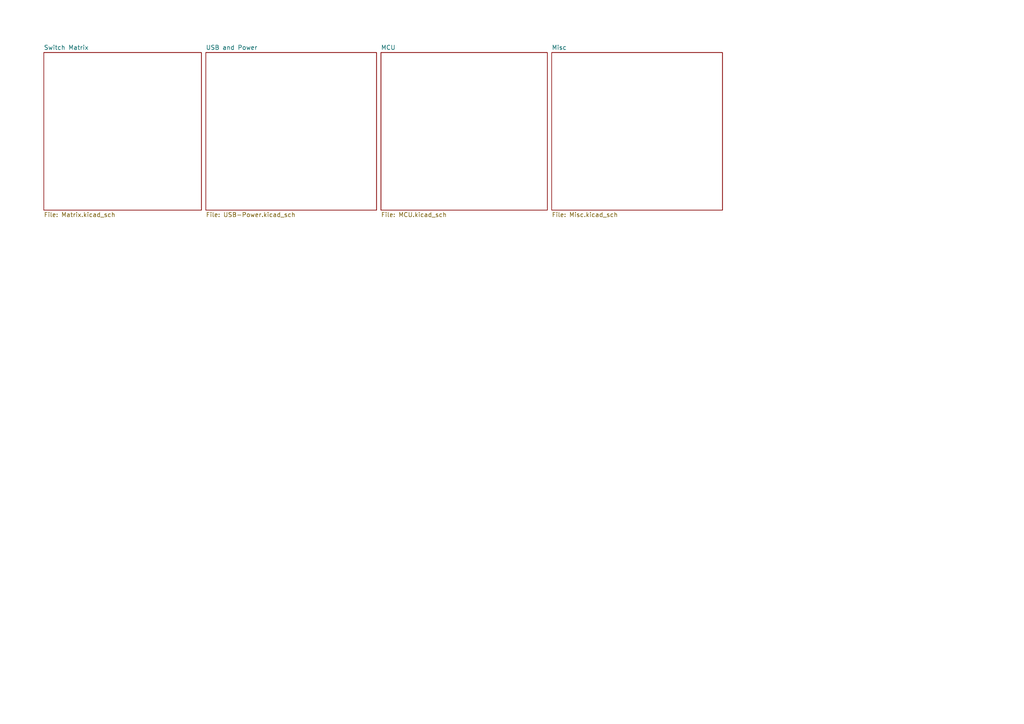
<source format=kicad_sch>
(kicad_sch (version 20211123) (generator eeschema)
  (paper "A4")
  (title_block (title "SST80") (date "2023-02-09") (rev "1.0"))
  (lib_symbols)
  (sheet (at 110.49 15.24) (size 48.26 45.72) (stroke (width 0.1524))
    (property "Sheet name" "MCU" (at 110.49 14.5284 0) (effects (justify left bottom)))
    (property "Sheet file" "MCU.kicad_sch" (at 110.49 61.5446 0) (effects (justify left top)))
  )
  (sheet (at 12.7 15.24) (size 45.72 45.72) (stroke (width 0.1524))
    (property "Sheet name" "Switch Matrix" (at 12.7 14.5284 0) (effects (justify left bottom)))
    (property "Sheet file" "Matrix.kicad_sch" (at 12.7 61.5446 0) (effects (justify left top)))
  )
  (sheet (at 160.02 15.24) (size 49.53 45.72) (stroke (width 0.1524))
    (property "Sheet name" "Misc" (at 160.02 14.5284 0) (effects (justify left bottom)))
    (property "Sheet file" "Misc.kicad_sch" (at 160.02 61.5446 0) (effects (justify left top)))
  )
  (sheet (at 59.69 15.24) (size 49.53 45.72) (stroke (width 0.1524))
    (property "Sheet name" "USB and Power" (at 59.69 14.5284 0) (effects (justify left bottom)))
    (property "Sheet file" "USB-Power.kicad_sch" (at 59.69 61.5446 0) (effects (justify left top)))
  )
)
</source>
